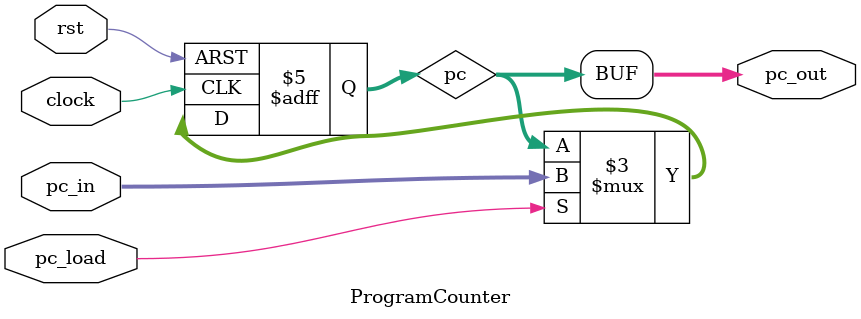
<source format=v>
`timescale 1ns / 1ps


module ProgramCounter(
input clock,
input rst,
input pc_load,
input [31:0] pc_in,
output [31:0] pc_out
);

reg [31:0]pc=32'h01000000;

assign pc_out = pc;

always @(posedge clock or posedge rst)
begin
    if(rst)
        pc <= 32'h01000000;
    else if(pc_load)
        pc <= pc_in;
end
endmodule

</source>
